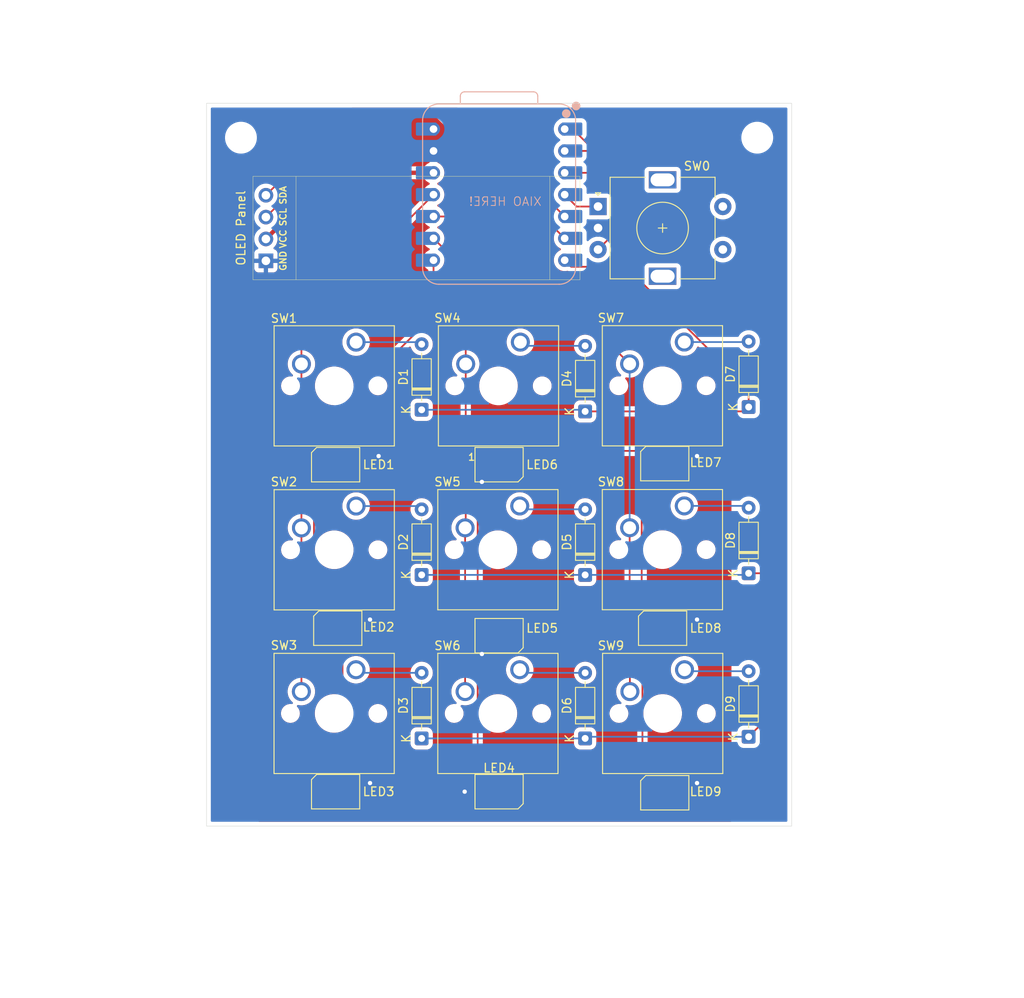
<source format=kicad_pcb>
(kicad_pcb (version 20241229) (generator "pcbnew") (generator_version "9.0")
  (layers (0 "F.Cu" signal) (2 "B.Cu" signal) (13 "F.Paste" user) (15 "B.Paste" user) (5 "F.SilkS" user "F.Silkscreen") (7 "B.SilkS" user "B.Silkscreen") (1 "F.Mask" user) (3 "B.Mask" user) (25 "Edge.Cuts" user))
  (net 0 "")
  (net 1 "GND")
  (net 2 "+5V")
  (net 3 "Net-(D1-K)")
  (net 4 "Net-(D1-A)")
  (net 5 "Net-(D2-A)")
  (net 6 "Net-(D3-A)")
  (net 7 "Net-(O1-Pin_3)")
  (net 8 "Net-(O1-Pin_4)")
  (net 9 "Net-(D5-A)")
  (net 10 "Net-(D6-A)")
  (net 11 "Net-(D7-A)")
  (net 12 "Net-(D9-A)")
  (net 13 "Net-(LED1-DIN)")
  (net 14 "Net-(LED1-DOUT)")
  (net 15 "Net-(LED5-DOUT)")
  (net 16 "Net-(LED6-DOUT)")
  (net 17 "Net-(LED7-DOUT)")
  (net 18 "Net-(LED2-DOUT)")
  (net 20 "Net-(LED3-DOUT)")
  (net 21 "Net-(LED4-DOUT)")
  (net 22 "Net-(LED8-DOUT)")
  (net 25 "Net-(D2-K)")
  (net 26 "Net-(D4-A)")
  (net 27 "Net-(D8-A)")
  (net 28 "3V3")
  (net 29 "Net-(U1-GPIO3{slash}MOSI)")
  (net 30 "Net-(D3-K)")
  (net 31 "Net-(U1-GPIO2{slash}SCK)")
  (net 32 "Net-(U1-GPIO4{slash}MISO)")
  (net 33 "Net-(U1-GPIO29{slash}ADC3{slash}A3)")
  (net 34 "Net-(U1-GPIO28{slash}ADC2{slash}A2)")
  (footprint "Button_Switch_Keyboard:SW_Cherry_MX_1.00u_PCB" (layer "F.Cu") (at 148.4 96.8)
    (property "Reference" "SW5" (at -8.4 -2.8 0) (layer "F.SilkS"))
    (property "Value" "SW_Push" (hide yes))
    (pad "" np_thru_hole circle (at -7.62 5.08) (size 1.7 1.7) (drill 1.7) (layers "*.Cu" "*.Mask"))
    (pad "" np_thru_hole circle (at -2.54 5.08) (size 4 4) (drill 4) (layers "*.Cu" "*.Mask"))
    (pad "" np_thru_hole circle (at 2.54 5.08) (size 1.7 1.7) (drill 1.7) (layers "*.Cu" "*.Mask"))
    (pad "1" thru_hole circle (at 0 0) (size 2.2 2.2) (drill 1.5) (layers "*.Cu" "*.Mask") (net 9 "Net-(D5-A)"))
    (pad "2" thru_hole circle (at -6.35 2.54) (size 2.2 2.2) (drill 1.5) (layers "*.Cu" "*.Mask") (net 31 "Net-(U1-GPIO2{slash}SCK)"))
  )
  (footprint "LED_SMD:LED_SK6812MINI_PLCC4_3.5x3.5mm_P1.75mm" (layer "F.Cu") (at 165.25 130.125 180)
    (property "Reference" "LED9" (at -4.75 0.125 0) (layer "F.SilkS"))
    (property "Value" "SK6812MINI" (hide yes))
    (pad "1" smd rect (at -1.75 -0.875 180) (size 1.6 0.85) (layers "F.Cu" "F.Mask" "F.Paste"))
    (pad "2" smd rect (at -1.75 0.875 180) (size 1.6 0.85) (layers "F.Cu" "F.Mask" "F.Paste") (net 1 "GND"))
    (pad "3" smd rect (at 1.75 0.875 180) (size 1.6 0.85) (layers "F.Cu" "F.Mask" "F.Paste") (net 22 "Net-(LED8-DOUT)"))
    (pad "4" smd rect (at 1.75 -0.875 180) (size 1.6 0.85) (layers "F.Cu" "F.Mask" "F.Paste") (net 2 "+5V"))
  )
  (footprint "Button_Switch_Keyboard:SW_Cherry_MX_1.00u_PCB" (layer "F.Cu") (at 148.47 77.76)
    (property "Reference" "SW4" (at -8.47 -2.794 0) (layer "F.SilkS"))
    (property "Value" "SW_Push" (hide yes))
    (pad "" np_thru_hole circle (at -7.62 5.08) (size 1.7 1.7) (drill 1.7) (layers "*.Cu" "*.Mask"))
    (pad "" np_thru_hole circle (at -2.54 5.08) (size 4 4) (drill 4) (layers "*.Cu" "*.Mask"))
    (pad "" np_thru_hole circle (at 2.54 5.08) (size 1.7 1.7) (drill 1.7) (layers "*.Cu" "*.Mask"))
    (pad "1" thru_hole circle (at 0 0) (size 2.2 2.2) (drill 1.5) (layers "*.Cu" "*.Mask") (net 26 "Net-(D4-A)"))
    (pad "2" thru_hole circle (at -6.35 2.54) (size 2.2 2.2) (drill 1.5) (layers "*.Cu" "*.Mask") (net 31 "Net-(U1-GPIO2{slash}SCK)"))
  )
  (footprint "MountingHole:MountingHole_3.2mm_M3" (layer "F.Cu") (at 176 54)
    (property "Reference" "REF**" (hide yes))
    (property "Value" "MountingHole_3.2mm_M3" (hide yes))
    (pad "" np_thru_hole circle (at 0 0) (size 3.2 3.2) (drill 3.2) (layers "*.Cu" "*.Mask"))
  )
  (footprint "LED_SMD:LED_SK6812MINI_PLCC4_3.5x3.5mm_P1.75mm" (layer "F.Cu") (at 127.25 111 180)
    (property "Reference" "LED2" (at -4.75 0.125 0) (layer "F.SilkS"))
    (property "Value" "SK6812MINI" (hide yes))
    (pad "1" smd rect (at -1.75 -0.875 180) (size 1.6 0.85) (layers "F.Cu" "F.Mask" "F.Paste") (net 18 "Net-(LED2-DOUT)"))
    (pad "2" smd rect (at -1.75 0.875 180) (size 1.6 0.85) (layers "F.Cu" "F.Mask" "F.Paste") (net 1 "GND"))
    (pad "3" smd rect (at 1.75 0.875 180) (size 1.6 0.85) (layers "F.Cu" "F.Mask" "F.Paste") (net 14 "Net-(LED1-DOUT)"))
    (pad "4" smd rect (at 1.75 -0.875 180) (size 1.6 0.85) (layers "F.Cu" "F.Mask" "F.Paste") (net 2 "+5V"))
  )
  (footprint "Button_Switch_Keyboard:SW_Cherry_MX_1.00u_PCB" (layer "F.Cu") (at 129.37 115.83)
    (property "Reference" "SW3" (at -8.37 -2.83 0) (layer "F.SilkS"))
    (property "Value" "SW_Push" (hide yes))
    (pad "" np_thru_hole circle (at -7.62 5.08) (size 1.7 1.7) (drill 1.7) (layers "*.Cu" "*.Mask"))
    (pad "" np_thru_hole circle (at -2.54 5.08) (size 4 4) (drill 4) (layers "*.Cu" "*.Mask"))
    (pad "" np_thru_hole circle (at 2.54 5.08) (size 1.7 1.7) (drill 1.7) (layers "*.Cu" "*.Mask"))
    (pad "1" thru_hole circle (at 0 0) (size 2.2 2.2) (drill 1.5) (layers "*.Cu" "*.Mask") (net 6 "Net-(D3-A)"))
    (pad "2" thru_hole circle (at -6.35 2.54) (size 2.2 2.2) (drill 1.5) (layers "*.Cu" "*.Mask") (net 29 "Net-(U1-GPIO3{slash}MOSI)"))
  )
  (footprint "LED_SMD:LED_SK6812MINI_PLCC4_3.5x3.5mm_P1.75mm" (layer "F.Cu") (at 146 130)
    (property "Reference" "LED4" (at 0 -2.75 0) (layer "F.SilkS"))
    (property "Value" "SK6812MINI" (hide yes))
    (pad "1" smd rect (at -1.75 -0.875) (size 1.6 0.85) (layers "F.Cu" "F.Mask" "F.Paste") (net 21 "Net-(LED4-DOUT)"))
    (pad "2" smd rect (at -1.75 0.875) (size 1.6 0.85) (layers "F.Cu" "F.Mask" "F.Paste") (net 1 "GND") (thermal_bridge_width 0.25))
    (pad "3" smd rect (at 1.75 0.875) (size 1.6 0.85) (layers "F.Cu" "F.Mask" "F.Paste") (net 20 "Net-(LED3-DOUT)"))
    (pad "4" smd rect (at 1.75 -0.875) (size 1.6 0.85) (layers "F.Cu" "F.Mask" "F.Paste") (net 2 "+5V") (thermal_bridge_width 0.25))
  )
  (footprint "LED_SMD:LED_SK6812MINI_PLCC4_3.5x3.5mm_P1.75mm" (layer "F.Cu") (at 146 92)
    (property "Reference" "LED6" (at 5 0 0) (layer "F.SilkS"))
    (property "Value" "SK6812MINI" (hide yes))
    (fp_text user "1" (at -3.2 -0.875 0) (layer "F.SilkS") (effects (font (size 0.8 0.8))))
    (pad "1" smd rect (at -1.75 -0.875) (size 1.6 0.85) (layers "F.Cu" "F.Mask" "F.Paste") (net 16 "Net-(LED6-DOUT)"))
    (pad "2" smd rect (at -1.75 0.875) (size 1.6 0.85) (layers "F.Cu" "F.Mask" "F.Paste") (net 1 "GND"))
    (pad "3" smd rect (at 1.75 0.875) (size 1.6 0.85) (layers "F.Cu" "F.Mask" "F.Paste") (net 15 "Net-(LED5-DOUT)"))
    (pad "4" smd rect (at 1.75 -0.875) (size 1.6 0.85) (layers "F.Cu" "F.Mask" "F.Paste") (net 2 "+5V"))
  )
  (footprint "Rotary_Encoder:RotaryEncoder_Alps_EC11E-Switch_Vertical_H20mm" (layer "F.Cu") (at 157.5 62)
    (property "Reference" "SW0" (at 11.5 -4.7 0) (layer "F.SilkS"))
    (property "Value" "RotaryEncoder_Switch" (hide yes))
    (pad "A" thru_hole rect (at 0 0) (size 2 2) (drill 1) (layers "*.Cu" "*.Mask") (net 33 "Net-(U1-GPIO29{slash}ADC3{slash}A3)"))
    (pad "B" thru_hole circle (at 0 5) (size 2 2) (drill 1) (layers "*.Cu" "*.Mask") (net 34 "Net-(U1-GPIO28{slash}ADC2{slash}A2)"))
    (pad "C" thru_hole circle (at 0 2.5) (size 2 2) (drill 1) (layers "*.Cu" "*.Mask") (net 1 "GND"))
    (pad "MP" thru_hole rect (at 7.5 -3.1) (size 3.2 2) (drill oval 2.8 1.5) (layers "*.Cu" "*.Mask"))
    (pad "MP" thru_hole rect (at 7.5 8.1) (size 3.2 2) (drill oval 2.8 1.5) (layers "*.Cu" "*.Mask"))
    (pad "S1" thru_hole circle (at 14.5 5) (size 2 2) (drill 1) (layers "*.Cu" "*.Mask"))
    (pad "S2" thru_hole circle (at 14.5 0) (size 2 2) (drill 1) (layers "*.Cu" "*.Mask"))
  )
  (footprint "Diode_THT:D_DO-35_SOD27_P7.62mm_Horizontal" (layer "F.Cu") (at 137 123.81 90)
    (property "Reference" "D3" (at 3.81 -2.12 90) (layer "F.SilkS"))
    (property "Value" "1N4148WT" (hide yes))
    (fp_text user "K" (at 0 -1.8 90) (layer "F.SilkS"))
    (pad "1" thru_hole roundrect (at 0 0 90) (size 1.6 1.6) (drill 0.8) (layers "*.Cu" "*.Mask") (roundrect_rratio 0.15625) (net 30 "Net-(D3-K)"))
    (pad "2" thru_hole circle (at 7.62 0 90) (size 1.6 1.6) (drill 0.8) (layers "*.Cu" "*.Mask") (net 6 "Net-(D3-A)"))
  )
  (footprint "Button_Switch_Keyboard:SW_Cherry_MX_1.00u_PCB" (layer "F.Cu") (at 129.38 77.76)
    (property "Reference" "SW1" (at -8.38 -2.76 180) (layer "F.SilkS"))
    (property "Value" "SW_Push" (hide yes))
    (pad "" np_thru_hole circle (at -7.62 5.08) (size 1.7 1.7) (drill 1.7) (layers "*.Cu" "*.Mask"))
    (pad "" np_thru_hole circle (at -2.54 5.08) (size 4 4) (drill 4) (layers "*.Cu" "*.Mask"))
    (pad "" np_thru_hole circle (at 2.54 5.08) (size 1.7 1.7) (drill 1.7) (layers "*.Cu" "*.Mask"))
    (pad "1" thru_hole circle (at 0 0) (size 2.2 2.2) (drill 1.5) (layers "*.Cu" "*.Mask") (net 4 "Net-(D1-A)"))
    (pad "2" thru_hole circle (at -6.35 2.54) (size 2.2 2.2) (drill 1.5) (layers "*.Cu" "*.Mask") (net 29 "Net-(U1-GPIO3{slash}MOSI)"))
  )
  (footprint "Diode_THT:D_DO-35_SOD27_P7.62mm_Horizontal" (layer "F.Cu") (at 175 123.62 90)
    (property "Reference" "D9" (at 3.81 -2.12 90) (layer "F.SilkS"))
    (property "Value" "1N4148WT" (hide yes))
    (fp_text user "K" (at 0 -1.8 90) (layer "F.SilkS"))
    (pad "1" thru_hole roundrect (at 0 0 90) (size 1.6 1.6) (drill 0.8) (layers "*.Cu" "*.Mask") (roundrect_rratio 0.15625) (net 30 "Net-(D3-K)"))
    (pad "2" thru_hole circle (at 7.62 0 90) (size 1.6 1.6) (drill 0.8) (layers "*.Cu" "*.Mask") (net 12 "Net-(D9-A)"))
  )
  (footprint "Diode_THT:D_DO-35_SOD27_P7.62mm_Horizontal" (layer "F.Cu") (at 137 85.62 90)
    (property "Reference" "D1" (at 3.81 -2.12 90) (layer "F.SilkS"))
    (property "Value" "1N4148WT" (hide yes))
    (fp_text user "K" (at 0 -1.8 90) (layer "F.SilkS"))
    (pad "1" thru_hole roundrect (at 0 0 90) (size 1.6 1.6) (drill 0.8) (layers "*.Cu" "*.Mask") (roundrect_rratio 0.15625) (net 3 "Net-(D1-K)"))
    (pad "2" thru_hole circle (at 7.62 0 90) (size 1.6 1.6) (drill 0.8) (layers "*.Cu" "*.Mask") (net 4 "Net-(D1-A)"))
  )
  (footprint "Diode_THT:D_DO-35_SOD27_P7.62mm_Horizontal" (layer "F.Cu") (at 156 104.81 90)
    (property "Reference" "D5" (at 3.81 -2.12 90) (layer "F.SilkS"))
    (property "Value" "1N4148WT" (hide yes))
    (fp_text user "K" (at 0 -1.8 90) (layer "F.SilkS"))
    (pad "1" thru_hole roundrect (at 0 0 90) (size 1.6 1.6) (drill 0.8) (layers "*.Cu" "*.Mask") (roundrect_rratio 0.15625) (net 25 "Net-(D2-K)"))
    (pad "2" thru_hole circle (at 7.62 0 90) (size 1.6 1.6) (drill 0.8) (layers "*.Cu" "*.Mask") (net 9 "Net-(D5-A)"))
  )
  (footprint "LED_SMD:LED_SK6812MINI_PLCC4_3.5x3.5mm_P1.75mm" (layer "F.Cu") (at 127 130 180)
    (property "Reference" "LED3" (at -5 0 0) (layer "F.SilkS"))
    (property "Value" "SK6812MINI" (hide yes))
    (pad "1" smd rect (at -1.75 -0.875 180) (size 1.6 0.85) (layers "F.Cu" "F.Mask" "F.Paste") (net 20 "Net-(LED3-DOUT)"))
    (pad "2" smd rect (at -1.75 0.875 180) (size 1.6 0.85) (layers "F.Cu" "F.Mask" "F.Paste") (net 1 "GND"))
    (pad "3" smd rect (at 1.75 0.875 180) (size 1.6 0.85) (layers "F.Cu" "F.Mask" "F.Paste") (net 18 "Net-(LED2-DOUT)"))
    (pad "4" smd rect (at 1.75 -0.875 180) (size 1.6 0.85) (layers "F.Cu" "F.Mask" "F.Paste") (net 2 "+5V"))
  )
  (footprint "Diode_THT:D_DO-35_SOD27_P7.62mm_Horizontal" (layer "F.Cu") (at 175 104.62 90)
    (property "Reference" "D8" (at 3.81 -2.12 90) (layer "F.SilkS"))
    (property "Value" "1N4148WT" (hide yes))
    (fp_text user "K" (at 0 -1.8 90) (layer "F.SilkS"))
    (pad "1" thru_hole roundrect (at 0 0 90) (size 1.6 1.6) (drill 0.8) (layers "*.Cu" "*.Mask") (roundrect_rratio 0.15625) (net 25 "Net-(D2-K)"))
    (pad "2" thru_hole circle (at 7.62 0 90) (size 1.6 1.6) (drill 0.8) (layers "*.Cu" "*.Mask") (net 27 "Net-(D8-A)"))
  )
  (footprint "Button_Switch_Keyboard:SW_Cherry_MX_1.00u_PCB" (layer "F.Cu") (at 167.55 115.83)
    (property "Reference" "SW9" (at -8.55 -2.794 0) (layer "F.SilkS"))
    (property "Value" "SW_Push" (hide yes))
    (pad "" np_thru_hole circle (at -7.62 5.08) (size 1.7 1.7) (drill 1.7) (layers "*.Cu" "*.Mask"))
    (pad "" np_thru_hole circle (at -2.54 5.08) (size 4 4) (drill 4) (layers "*.Cu" "*.Mask"))
    (pad "" np_thru_hole circle (at 2.54 5.08) (size 1.7 1.7) (drill 1.7) (layers "*.Cu" "*.Mask"))
    (pad "1" thru_hole circle (at 0 0) (size 2.2 2.2) (drill 1.5) (layers "*.Cu" "*.Mask") (net 12 "Net-(D9-A)"))
    (pad "2" thru_hole circle (at -6.35 2.54) (size 2.2 2.2) (drill 1.5) (layers "*.Cu" "*.Mask") (net 32 "Net-(U1-GPIO4{slash}MISO)"))
  )
  (footprint "KiCad-SSD1306-0.91-OLED-4pin-128x32.pretty-master:SSD1306-0.91-OLED-4pin-128x32" (layer "F.Cu") (at 155.4 70.5 180)
    (property "Reference" "O1" (hide yes))
    (property "Value" "OLED" (hide yes))
    (fp_text user "SCL" (at 34.5 7.27 90) (layer "F.SilkS") (effects (font (size 0.75 0.75))))
    (fp_text user "SDA" (at 34.5 9.81 90) (layer "F.SilkS") (effects (font (size 0.75 0.75))))
    (fp_text user "OLED Panel" (at 39.4 6 90) (layer "F.SilkS"))
    (fp_text user "VCC" (at 34.5 4.73 90) (layer "F.SilkS") (effects (font (size 0.75 0.75))))
    (fp_text user "GND" (at 34.5 2.19 90) (layer "F.SilkS") (effects (font (size 0.75 0.75))))
    (pad "1" thru_hole rect (at 36.5 2.19 180) (size 1.7 1.7) (drill 1) (layers "*.Cu" "*.Mask") (net 1 "GND"))
    (pad "2" thru_hole oval (at 36.5 4.73 180) (size 1.7 1.7) (drill 1) (layers "*.Cu" "*.Mask") (net 28 "3V3"))
    (pad "3" thru_hole oval (at 36.5 7.27 180) (size 1.7 1.7) (drill 1) (layers "*.Cu" "*.Mask") (net 7 "Net-(O1-Pin_3)"))
    (pad "4" thru_hole oval (at 36.5 9.81 180) (size 1.7 1.7) (drill 1) (layers "*.Cu" "*.Mask") (net 8 "Net-(O1-Pin_4)"))
  )
  (footprint "LED_SMD:LED_SK6812MINI_PLCC4_3.5x3.5mm_P1.75mm" (layer "F.Cu") (at 127 92 180)
    (property "Reference" "LED1" (at -5 0 0) (layer "F.SilkS"))
    (property "Value" "SK6812MINI" (hide yes))
    (pad "1" smd rect (at -1.75 -0.875 180) (size 1.6 0.85) (layers "F.Cu" "F.Mask" "F.Paste") (net 14 "Net-(LED1-DOUT)"))
    (pad "2" smd rect (at -1.75 0.875 180) (size 1.6 0.85) (layers "F.Cu" "F.Mask" "F.Paste") (net 1 "GND"))
    (pad "3" smd rect (at 1.75 0.875 180) (size 1.6 0.85) (layers "F.Cu" "F.Mask" "F.Paste") (net 13 "Net-(LED1-DIN)"))
    (pad "4" smd rect (at 1.75 -0.875 180) (size 1.6 0.85) (layers "F.Cu" "F.Mask" "F.Paste") (net 2 "+5V"))
  )
  (footprint "Button_Switch_Keyboard:SW_Cherry_MX_1.00u_PCB" (layer "F.Cu") (at 167.52 96.79)
    (property "Reference" "SW8" (at -8.52 -2.794 0) (layer "F.SilkS"))
    (property "Value" "SW_Push" (hide yes))
    (pad "" np_thru_hole circle (at -7.62 5.08) (size 1.7 1.7) (drill 1.7) (layers "*.Cu" "*.Mask"))
    (pad "" np_thru_hole circle (at -2.54 5.08) (size 4 4) (drill 4) (layers "*.Cu" "*.Mask"))
    (pad "" np_thru_hole circle (at 2.54 5.08) (size 1.7 1.7) (drill 1.7) (layers "*.Cu" "*.Mask"))
    (pad "1" thru_hole circle (at 0 0) (size 2.2 2.2) (drill 1.5) (layers "*.Cu" "*.Mask") (net 27 "Net-(D8-A)"))
    (pad "2" thru_hole circle (at -6.35 2.54) (size 2.2 2.2) (drill 1.5) (layers "*.Cu" "*.Mask") (net 32 "Net-(U1-GPIO4{slash}MISO)"))
  )
  (footprint "Diode_THT:D_DO-35_SOD27_P7.62mm_Horizontal" (layer "F.Cu") (at 137 104.81 90)
    (property "Reference" "D2" (at 3.81 -2.12 90) (layer "F.SilkS"))
    (property "Value" "1N4148WT" (hide yes))
    (fp_text user "K" (at 0 -1.8 90) (layer "F.SilkS"))
    (pad "1" thru_hole roundrect (at 0 0 90) (size 1.6 1.6) (drill 0.8) (layers "*.Cu" "*.Mask") (roundrect_rratio 0.15625) (net 25 "Net-(D2-K)"))
    (pad "2" thru_hole circle (at 7.62 0 90) (size 1.6 1.6) (drill 0.8) (layers "*.Cu" "*.Mask") (net 5 "Net-(D2-A)"))
  )
  (footprint "LED_SMD:LED_SK6812MINI_PLCC4_3.5x3.5mm_P1.75mm" (layer "F.Cu") (at 165 111 180)
    (property "Reference" "LED8" (at -5 0 0) (layer "F.SilkS"))
    (property "Value" "SK6812MINI" (hide yes))
    (pad "1" smd rect (at -1.75 -0.875 180) (size 1.6 0.85) (layers "F.Cu" "F.Mask" "F.Paste") (net 22 "Net-(LED8-DOUT)"))
    (pad "2" smd rect (at -1.75 0.875 180) (size 1.6 0.85) (layers "F.Cu" "F.Mask" "F.Paste") (net 1 "GND"))
    (pad "3" smd rect (at 1.75 0.875 180) (size 1.6 0.85) (layers "F.Cu" "F.Mask" "F.Paste") (net 17 "Net-(LED7-DOUT)"))
    (pad "4" smd rect (at 1.75 -0.875 180) (size 1.6 0.85) (layers "F.Cu" "F.Mask" "F.Paste") (net 2 "+5V"))
  )
  (footprint "Diode_THT:D_DO-35_SOD27_P7.62mm_Horizontal" (layer "F.Cu") (at 175 85.3 90)
    (property "Reference" "D7" (at 3.81 -2.12 90) (layer "F.SilkS"))
    (property "Value" "1N4148WT" (hide yes))
    (fp_text user "K" (at 0 -1.8 90) (layer "F.SilkS"))
    (pad "1" thru_hole roundrect (at 0 0 90) (size 1.6 1.6) (drill 0.8) (layers "*.Cu" "*.Mask") (roundrect_rratio 0.15625) (net 3 "Net-(D1-K)"))
    (pad "2" thru_hole circle (at 7.62 0 90) (size 1.6 1.6) (drill 0.8) (layers "*.Cu" "*.Mask") (net 11 "Net-(D7-A)"))
  )
  (footprint "LED_SMD:LED_SK6812MINI_PLCC4_3.5x3.5mm_P1.75mm" (layer "F.Cu") (at 165.25 91.875 180)
    (property "Reference" "LED7" (at -4.75 0.125 0) (layer "F.SilkS"))
    (property "Value" "SK6812MINI" (hide yes))
    (pad "1" smd rect (at -1.75 -0.875 180) (size 1.6 0.85) (layers "F.Cu" "F.Mask" "F.Paste") (net 17 "Net-(LED7-DOUT)"))
    (pad "2" smd rect (at -1.75 0.875 180) (size 1.6 0.85) (layers "F.Cu" "F.Mask" "F.Paste") (net 1 "GND"))
    (pad "3" smd rect (at 1.75 0.875 180) (size 1.6 0.85) (layers "F.Cu" "F.Mask" "F.Paste") (net 16 "Net-(LED6-DOUT)"))
    (pad "4" smd rect (at 1.75 -0.875 180) (size 1.6 0.85) (layers "F.Cu" "F.Mask" "F.Paste") (net 2 "+5V"))
  )
  (footprint "Diode_THT:D_DO-35_SOD27_P7.62mm_Horizontal" (layer "F.Cu") (at 156 85.81 90)
    (property "Reference" "D4" (at 3.81 -2.12 90) (layer "F.SilkS"))
    (property "Value" "1N4148WT" (hide yes))
    (fp_text user "K" (at 0 -1.8 90) (layer "F.SilkS"))
    (pad "1" thru_hole roundrect (at 0 0 90) (size 1.6 1.6) (drill 0.8) (layers "*.Cu" "*.Mask") (roundrect_rratio 0.15625) (net 3 "Net-(D1-K)"))
    (pad "2" thru_hole circle (at 7.62 0 90) (size 1.6 1.6) (drill 0.8) (layers "*.Cu" "*.Mask") (net 26 "Net-(D4-A)"))
  )
  (footprint "MountingHole:MountingHole_3.2mm_M3" (layer "F.Cu") (at 116 54)
    (property "Reference" "REF**" (hide yes))
    (property "Value" "MountingHole_3.2mm_M3" (hide yes))
    (pad "" np_thru_hole circle (at 0 0) (size 3.2 3.2) (drill 3.2) (layers "*.Cu" "*.Mask"))
  )
  (footprint "Button_Switch_Keyboard:SW_Cherry_MX_1.00u_PCB" (layer "F.Cu") (at 167.52 77.75)
    (property "Reference" "SW7" (at -8.52 -2.794 0) (layer "F.SilkS"))
    (property "Value" "SW_Push" (hide yes))
    (pad "" np_thru_hole circle (at -7.62 5.08) (size 1.7 1.7) (drill 1.7) (layers "*.Cu" "*.Mask"))
    (pad "" np_thru_hole circle (at -2.54 5.08) (size 4 4) (drill 4) (layers "*.Cu" "*.Mask"))
    (pad "" np_thru_hole circle (at 2.54 5.08) (size 1.7 1.7) (drill 1.7) (layers "*.Cu" "*.Mask"))
    (pad "1" thru_hole circle (at 0 0) (size 2.2 2.2) (drill 1.5) (layers "*.Cu" "*.Mask") (net 11 "Net-(D7-A)"))
    (pad "2" thru_hole circle (at -6.35 2.54) (size 2.2 2.2) (drill 1.5) (layers "*.Cu" "*.Mask") (net 32 "Net-(U1-GPIO4{slash}MISO)"))
  )
  (footprint "Diode_THT:D_DO-35_SOD27_P7.62mm_Horizontal" (layer "F.Cu") (at 156 123.81 90)
    (property "Reference" "D6" (at 3.81 -2.12 90) (layer "F.SilkS"))
    (property "Value" "1N4148WT" (hide yes))
    (fp_text user "K" (at 0 -1.8 90) (layer "F.SilkS"))
    (pad "1" thru_hole roundrect (at 0 0 90) (size 1.6 1.6) (drill 0.8) (layers "*.Cu" "*.Mask") (roundrect_rratio 0.15625) (net 30 "Net-(D3-K)"))
    (pad "2" thru_hole circle (at 7.62 0 90) (size 1.6 1.6) (drill 0.8) (layers "*.Cu" "*.Mask") (net 10 "Net-(D6-A)"))
  )
  (footprint "LED_SMD:LED_SK6812MINI_PLCC4_3.5x3.5mm_P1.75mm" (layer "F.Cu") (at 146 111.875)
    (property "Reference" "LED5" (at 5 -0.875 0) (layer "F.SilkS"))
    (property "Value" "SK6812MINI" (hide yes))
    (pad "1" smd rect (at -1.75 -0.875) (size 1.6 0.85) (layers "F.Cu" "F.Mask" "F.Paste") (net 15 "Net-(LED5-DOUT)"))
    (pad "2" smd rect (at -1.75 0.875) (size 1.6 0.85) (layers "F.Cu" "F.Mask" "F.Paste") (net 1 "GND"))
    (pad "3" smd rect (at 1.75 0.875) (size 1.6 0.85) (layers "F.Cu" "F.Mask" "F.Paste") (net 21 "Net-(LED4-DOUT)"))
    (pad "4" smd rect (at 1.75 -0.875) (size 1.6 0.85) (layers "F.Cu" "F.Mask" "F.Paste") (net 2 "+5V"))
  )
  (footprint "Button_Switch_Keyboard:SW_Cherry_MX_1.00u_PCB" (layer "F.Cu") (at 148.4 115.83)
    (property "Reference" "SW6" (at -8.4 -2.794 0) (layer "F.SilkS"))
    (property "Value" "SW_Push" (hide yes))
    (pad "" np_thru_hole circle (at -7.62 5.08) (size 1.7 1.7) (drill 1.7) (layers "*.Cu" "*.Mask"))
    (pad "" np_thru_hole circle (at -2.54 5.08) (size 4 4) (drill 4) (layers "*.Cu" "*.Mask"))
    (pad "" np_thru_hole circle (at 2.54 5.08) (size 1.7 1.7) (drill 1.7) (layers "*.Cu" "*.Mask"))
    (pad "1" thru_hole circle (at 0 0) (size 2.2 2.2) (drill 1.5) (layers "*.Cu" "*.Mask") (net 10 "Net-(D6-A)"))
    (pad "2" thru_hole circle (at -6.35 2.54) (size 2.2 2.2) (drill 1.5) (layers "*.Cu" "*.Mask") (net 31 "Net-(U1-GPIO2{slash}SCK)"))
  )
  (footprint "Button_Switch_Keyboard:SW_Cherry_MX_1.00u_PCB" (layer "F.Cu") (at 129.38 96.81)
    (property "Reference" "SW2" (at -8.38 -2.81 180) (layer "F.SilkS"))
    (property "Value" "SW_Push" (hide yes))
    (pad "" np_thru_hole circle (at -7.62 5.08) (size 1.7 1.7) (drill 1.7) (layers "*.Cu" "*.Mask"))
    (pad "" np_thru_hole circle (at -2.54 5.08) (size 4 4) (drill 4) (layers "*.Cu" "*.Mask"))
    (pad "" np_thru_hole circle (at 2.54 5.08) (size 1.7 1.7) (drill 1.7) (layers "*.Cu" "*.Mask"))
    (pad "1" thru_hole circle (at 0 0) (size 2.2 2.2) (drill 1.5) (layers "*.Cu" "*.Mask") (net 5 "Net-(D2-A)"))
    (pad "2" thru_hole circle (at -6.35 2.54) (size 2.2 2.2) (drill 1.5) (layers "*.Cu" "*.Mask") (net 29 "Net-(U1-GPIO3{slash}MOSI)"))
  )
  (footprint "Seeed Studio XIAO Series Library:XIAO-RP2040-DIP" (layer "B.Cu") (at 146 60.62 180)
    (property "Reference" "U1" (hide yes))
    (property "Value" "XIAO-RP2040-DIP" (hide yes))
    (pad "1" smd roundrect (at -8.455 7.62) (size 2.432 1.524) (layers "B.Cu" "B.Mask") (roundrect_rratio 0.1) (net 30 "Net-(D3-K)"))
    (pad "1" thru_hole circle (at -7.62 7.62) (size 1.524 1.524) (drill 0.889) (layers "*.Cu" "*.Mask") (net 30 "Net-(D3-K)"))
    (pad "2" smd roundrect (at -8.455 5.08) (size 2.432 1.524) (layers "B.Cu" "B.Mask") (roundrect_rratio 0.1) (net 25 "Net-(D2-K)"))
    (pad "2" thru_hole circle (at -7.62 5.08) (size 1.524 1.524) (drill 0.889) (layers "*.Cu" "*.Mask") (net 25 "Net-(D2-K)"))
    (pad "3" smd roundrect (at -8.455 2.54) (size 2.432 1.524) (layers "B.Cu" "B.Mask") (roundrect_rratio 0.1) (net 34 "Net-(U1-GPIO28{slash}ADC2{slash}A2)"))
    (pad "3" thru_hole circle (at -7.62 2.54) (size 1.524 1.524) (drill 0.889) (layers "*.Cu" "*.Mask") (net 34 "Net-(U1-GPIO28{slash}ADC2{slash}A2)"))
    (pad "4" smd roundrect (at -8.455 0) (size 2.432 1.524) (layers "B.Cu" "B.Mask") (roundrect_rratio 0.1) (net 33 "Net-(U1-GPIO29{slash}ADC3{slash}A3)"))
    (pad "4" thru_hole circle (at -7.62 0) (size 1.524 1.524) (drill 0.889) (layers "*.Cu" "*.Mask") (net 33 "Net-(U1-GPIO29{slash}ADC3{slash}A3)"))
    (pad "5" smd roundrect (at -8.455 -2.54) (size 2.432 1.524) (layers "B.Cu" "B.Mask") (roundrect_rratio 0.1) (net 8 "Net-(O1-Pin_4)"))
    (pad "5" thru_hole circle (at -7.62 -2.54) (size 1.524 1.524) (drill 0.889) (layers "*.Cu" "*.Mask") (net 8 "Net-(O1-Pin_4)"))
    (pad "6" smd roundrect (at -8.455 -5.08) (size 2.432 1.524) (layers "B.Cu" "B.Mask") (roundrect_rratio 0.1) (net 7 "Net-(O1-Pin_3)"))
    (pad "6" thru_hole circle (at -7.62 -5.08) (size 1.524 1.524) (drill 0.889) (layers "*.Cu" "*.Mask") (net 7 "Net-(O1-Pin_3)"))
    (pad "7" smd roundrect (at -8.455 -7.62) (size 2.432 1.524) (layers "B.Cu" "B.Mask") (roundrect_rratio 0.1) (net 3 "Net-(D1-K)"))
    (pad "7" thru_hole circle (at -7.62 -7.62) (size 1.524 1.524) (drill 0.889) (layers "*.Cu" "*.Mask") (net 3 "Net-(D1-K)"))
    (pad "8" thru_hole circle (at 7.62 -7.62 180) (size 1.524 1.524) (drill 0.889) (layers "*.Cu" "*.Mask") (net 13 "Net-(LED1-DIN)"))
    (pad "8" smd roundrect (at 8.455 -7.62 180) (size 2.432 1.524) (layers "B.Cu" "B.Mask") (roundrect_rratio 0.1) (net 13 "Net-(LED1-DIN)"))
    (pad "9" thru_hole circle (at 7.62 -5.08 180) (size 1.524 1.524) (drill 0.889) (layers "*.Cu" "*.Mask") (net 31 "Net-(U1-GPIO2{slash}SCK)"))
    (pad "9" smd roundrect (at 8.455 -5.08 180) (size 2.432 1.524) (layers "B.Cu" "B.Mask") (roundrect_rratio 0.1) (net 31 "Net-(U1-GPIO2{slash}SCK)"))
    (pad "10" thru_hole circle (at 7.62 -2.54 180) (size 1.524 1.524) (drill 0.889) (layers "*.Cu" "*.Mask") (net 32 "Net-(U1-GPIO4{slash}MISO)"))
    (pad "10" smd roundrect (at 8.455 -2.54 180) (size 2.432 1.524) (layers "B.Cu" "B.Mask") (roundrect_rratio 0.1) (net 32 "Net-(U1-GPIO4{slash}MISO)"))
    (pad "11" thru_hole circle (at 7.62 0 180) (size 1.524 1.524) (drill 0.889) (layers "*.Cu" "*.Mask") (net 29 "Net-(U1-GPIO3{slash}MOSI)"))
    (pad "11" smd roundrect (at 8.455 0 180) (size 2.432 1.524) (layers "B.Cu" "B.Mask") (roundrect_rratio 0.1) (net 29 "Net-(U1-GPIO3{slash}MOSI)"))
    (pad "12" thru_hole circle (at 7.62 2.54 180) (size 1.524 1.524) (drill 0.889) (layers "*.Cu" "*.Mask") (net 28 "3V3"))
    (pad "12" smd roundrect (at 8.455 2.54 180) (size 2.432 1.524) (layers "B.Cu" "B.Mask") (roundrect_rratio 0.1) (net 28 "3V3"))
    (pad "13" thru_hole circle (at 7.62 5.08 180) (size 1.524 1.524) (drill 0.889) (layers "*.Cu" "*.Mask") (net 1 "GND"))
    (pad "13" smd roundrect (at 8.455 5.08 180) (size 2.432 1.524) (layers "B.Cu" "B.Mask") (roundrect_rratio 0.1) (net 1 "GND"))
    (pad "14" thru_hole circle (at 7.62 7.62 180) (size 1.524 1.524) (drill 0.889) (layers "*.Cu" "*.Mask") (net 2 "+5V"))
    (pad "14" smd roundrect (at 8.455 7.62 180) (size 2.432 1.524) (layers "B.Cu" "B.Mask") (roundrect_rratio 0.1) (net 2 "+5V"))
  )
  (gr_rect (start 112 50) (end 180 134) (stroke (width 0.05)) (fill no) (layer "Edge.Cuts"))
  (gr_text "XIAO HERE!" (at 151 62 0) (layer "B.SilkS") (effects (font (size 1 1) (thickness 0.1)) (justify left bottom mirror)))
  (segment (start 130.875 129.125) (end 131 129) (width 0.5) (layer "F.Cu") (net 1))
  (segment (start 167 91) (end 169 91) (width 0.5) (layer "F.Cu") (net 1))
  (segment (start 129 110.125) (end 130.875 110.125) (width 0.5) (layer "F.Cu") (net 1))
  (segment (start 144.25 92.875) (end 144.25 93.75) (width 0.5) (layer "F.Cu") (net 1))
  (segment (start 168.75 129.25) (end 169 129) (width 0.5) (layer "F.Cu") (net 1))
  (segment (start 144.25 130.875) (end 142.875 130.875) (width 0.5) (layer "F.Cu") (net 1))
  (segment (start 166.75 110.125) (end 168.875 110.125) (width 0.5) (layer "F.Cu") (net 1))
  (segment (start 128.75 129.125) (end 130.875 129.125) (width 0.5) (layer "F.Cu") (net 1))
  (segment (start 144.25 93.75) (end 144 94) (width 0.5) (layer "F.Cu") (net 1))
  (segment (start 144.25 113.75) (end 144 114) (width 0.5) (layer "F.Cu") (net 1))
  (segment (start 168.875 110.125) (end 169 110) (width 0.5) (layer "F.Cu") (net 1))
  (segment (start 128.75 91.125) (end 131.875 91.125) (width 0.5) (layer "F.Cu") (net 1))
  (segment (start 144.25 112.75) (end 144.25 113.75) (width 0.5) (layer "F.Cu") (net 1))
  (segment (start 142.875 130.875) (end 142 130) (width 0.5) (layer "F.Cu") (net 1))
  (segment (start 167 129.25) (end 168.75 129.25) (width 0.5) (layer "F.Cu") (net 1))
  (segment (start 131.875 91.125) (end 132 91) (width 0.5) (layer "F.Cu") (net 1))
  (segment (start 130.875 110.125) (end 131 110) (width 0.5) (layer "F.Cu") (net 1))
  (via (at 131 129) (size 1) (drill 0.5) (layers "F.Cu" "B.Cu") (net 1))
  (via (at 131 110) (size 1) (drill 0.5) (layers "F.Cu" "B.Cu") (net 1))
  (via (at 169 110) (size 1) (drill 0.5) (layers "F.Cu" "B.Cu") (net 1))
  (via (at 144 94) (size 1) (drill 0.5) (layers "F.Cu" "B.Cu") (net 1))
  (via (at 169 91) (size 1) (drill 0.5) (layers "F.Cu" "B.Cu") (net 1))
  (via (at 144 114) (size 1) (drill 0.5) (layers "F.Cu" "B.Cu") (net 1))
  (via (at 132 91) (size 1) (drill 0.5) (layers "F.Cu" "B.Cu") (net 1))
  (via (at 142 130) (size 1) (drill 0.5) (layers "F.Cu" "B.Cu") (net 1))
  (via (at 169 129) (size 1) (drill 0.5) (layers "F.Cu" "B.Cu") (net 1))
  (segment (start 174.49 85.81) (end 175 85.3) (width 0.2) (layer "F.Cu") (net 3))
  (segment (start 160.753313 69.001999) (end 154.381999 69.001999) (width 0.2) (layer "F.Cu") (net 3))
  (segment (start 154.381999 69.001999) (end 153.62 68.24) (width 0.2) (layer "F.Cu") (net 3))
  (segment (start 156 85.81) (end 174.49 85.81) (width 0.2) (layer "F.Cu") (net 3))
  (segment (start 175 83.248686) (end 160.753313 69.001999) (width 0.2) (layer "F.Cu") (net 3))
  (segment (start 175 85.3) (end 175 83.248686) (width 0.2) (layer "F.Cu") (net 3))
  (segment (start 137 85.62) (end 155.81 85.62) (width 0.2) (layer "B.Cu") (net 3))
  (segment (start 155.81 85.62) (end 156 85.81) (width 0.2) (layer "B.Cu") (net 3))
  (segment (start 129.38 77.76) (end 136.76 77.76) (width 0.2) (layer "B.Cu") (net 4))
  (segment (start 136.76 77.76) (end 137 78) (width 0.2) (layer "B.Cu") (net 4))
  (segment (start 129.38 96.81) (end 136.62 96.81) (width 0.2) (layer "B.Cu") (net 5))
  (segment (start 136.62 96.81) (end 137 97.19) (width 0.2) (layer "B.Cu") (net 5))
  (segment (start 129.73 116.19) (end 129.37 115.83) (width 0.2) (layer "B.Cu") (net 6))
  (segment (start 137 116.19) (end 129.73 116.19) (width 0.2) (layer "B.Cu") (net 6))
  (segment (start 139 51.002) (end 139 51.08) (width 0.2) (layer "F.Cu") (net 7))
  (segment (start 131.128 51.002) (end 139 51.002) (width 0.2) (layer "F.Cu") (net 7))
  (segment (start 139 51.08) (end 153.62 65.7) (width 0.2) (layer "F.Cu") (net 7))
  (segment (start 118.9 63.23) (end 131.128 51.002) (width 0.2) (layer "F.Cu") (net 7))
  (segment (start 128.989 50.601) (end 141.061 50.601) (width 0.2) (layer "F.Cu") (net 8))
  (segment (start 118.9 60.69) (end 128.989 50.601) (width 0.2) (layer "F.Cu") (net 8))
  (segment (start 141.061 50.601) (end 153.62 63.16) (width 0.2) (layer "F.Cu") (net 8))
  (segment (start 156 97.19) (end 148.79 97.19) (width 0.2) (layer "B.Cu") (net 9))
  (segment (start 148.79 97.19) (end 148.4 96.8) (width 0.2) (layer "B.Cu") (net 9))
  (segment (start 148.76 116.19) (end 148.4 115.83) (width 0.2) (layer "B.Cu") (net 10))
  (segment (start 156 116.19) (end 148.76 116.19) (width 0.2) (layer "B.Cu") (net 10))
  (segment (start 174.93 77.75) (end 175 77.68) (width 0.2) (layer "B.Cu") (net 11))
  (segment (start 167.52 77.75) (end 174.93 77.75) (width 0.2) (layer "B.Cu") (net 11))
  (segment (start 175 116) (end 167.72 116) (width 0.2) (layer "B.Cu") (net 12))
  (segment (start 167.72 116) (end 167.55 115.83) (width 0.2) (layer "B.Cu") (net 12))
  (segment (start 125.25 87.754816) (end 125.25 91.125) (width 0.2) (layer "F.Cu") (net 13))
  (segment (start 138.38 74.624816) (end 125.25 87.754816) (width 0.2) (layer "F.Cu") (net 13))
  (segment (start 138.38 68.24) (end 138.38 74.624816) (width 0.2) (layer "F.Cu") (net 13))
  (segment (start 125.5 110.125) (end 124.489 109.114) (width 0.2) (layer "F.Cu") (net 14))
  (segment (start 124.489 97.136) (end 128.75 92.875) (width 0.2) (layer "F.Cu") (net 14))
  (segment (start 124.489 109.114) (end 124.489 97.136) (width 0.2) (layer "F.Cu") (net 14))
  (segment (start 144.25 111) (end 143.509 110.259) (width 0.2) (layer "F.Cu") (net 15))
  (segment (start 143.509 97.116) (end 147.75 92.875) (width 0.2) (layer "F.Cu") (net 15))
  (segment (start 143.509 110.259) (end 143.509 97.116) (width 0.2) (layer "F.Cu") (net 15))
  (segment (start 162.899 90.399) (end 163.5 91) (width 0.2) (layer "F.Cu") (net 16))
  (segment (start 144.25 91.125) (end 144.976 90.399) (width 0.2) (layer "F.Cu") (net 16))
  (segment (start 144.976 90.399) (end 162.899 90.399) (width 0.2) (layer "F.Cu") (net 16))
  (segment (start 162.571 97.179) (end 162.571 109.446) (width 0.2) (layer "F.Cu") (net 17))
  (segment (start 162.571 109.446) (end 163.25 110.125) (width 0.2) (layer "F.Cu") (net 17))
  (segment (start 167 92.75) (end 162.571 97.179) (width 0.2) (layer "F.Cu") (net 17))
  (segment (start 129 111.875) (end 127.803816 113.071184) (width 0.2) (layer "F.Cu") (net 18))
  (segment (start 129.181 119.936184) (end 129.181 125.194) (width 0.2) (layer "F.Cu") (net 18))
  (segment (start 127.803816 113.071184) (end 127.803816 118.559) (width 0.2) (layer "F.Cu") (net 18))
  (segment (start 129.181 125.194) (end 125.25 129.125) (width 0.2) (layer "F.Cu") (net 18))
  (segment (start 127.803816 118.559) (end 129.181 119.936184) (width 0.2) (layer "F.Cu") (net 18))
  (segment (start 128.75 130.875) (end 129.476 131.601) (width 0.2) (layer "F.Cu") (net 20))
  (segment (start 147.024 131.601) (end 147.75 130.875) (width 0.2) (layer "F.Cu") (net 20))
  (segment (start 129.476 131.601) (end 147.024 131.601) (width 0.2) (layer "F.Cu") (net 20))
  (segment (start 143.509 128.384) (end 143.509 116.991) (width 0.2) (layer "F.Cu") (net 21))
  (segment (start 144.25 129.125) (end 143.509 128.384) (width 0.2) (layer "F.Cu") (net 21))
  (segment (start 143.509 116.991) (end 147.75 112.75) (width 0.2) (layer "F.Cu") (net 21))
  (segment (start 162.659 115.966) (end 162.659 128.409) (width 0.2) (layer "F.Cu") (net 22))
  (segment (start 166.75 111.875) (end 162.659 115.966) (width 0.2) (layer "F.Cu") (net 22))
  (segment (start 162.659 128.409) (end 163.5 129.25) (width 0.2) (layer "F.Cu") (net 22))
  (segment (start 178 77) (end 178 103) (width 0.2) (layer "F.Cu") (net 25))
  (segment (start 176.38 104.62) (end 175 104.62) (width 0.2) (layer "F.Cu") (net 25))
  (segment (start 156.54 55.54) (end 178 77) (width 0.2) (layer "F.Cu") (net 25))
  (segment (start 178 103) (end 176.38 104.62) (width 0.2) (layer "F.Cu") (net 25))
  (segment (start 153.62 55.54) (end 156.54 55.54) (width 0.2) (layer "F.Cu") (net 25))
  (segment (start 137 104.81) (end 156 104.81) (width 0.2) (layer "B.Cu") (net 25))
  (segment (start 156 104.81) (end 174.81 104.81) (width 0.2) (layer "B.Cu") (net 25))
  (segment (start 174.81 104.81) (end 175 104.62) (width 0.2) (layer "B.Cu") (net 25))
  (segment (start 148.9 78.19) (end 148.47 77.76) (width 0.2) (layer "B.Cu") (net 26))
  (segment (start 156 78.19) (end 148.9 78.19) (width 0.2) (layer "B.Cu") (net 26))
  (segment (start 174.79 96.79) (end 175 97) (width 0.2) (layer "B.Cu") (net 27))
  (segment (start 167.52 96.79) (end 174.79 96.79) (width 0.2) (layer "B.Cu") (net 27))
  (segment (start 118.9 65.77) (end 126.59 58.08) (width 0.5) (layer "F.Cu") (net 28))
  (segment (start 126.59 58.08) (end 138.38 58.08) (width 0.5) (layer "F.Cu") (net 28))
  (segment (start 123.03 118.36) (end 123.02 118.37) (width 0.2) (layer "F.Cu") (net 29))
  (segment (start 123.03 75.97) (end 123.03 80.3) (width 0.2) (layer "F.Cu") (net 29))
  (segment (start 138.38 60.62) (end 123.03 75.97) (width 0.2) (layer "F.Cu") (net 29))
  (segment (start 123.03 80.3) (end 123.03 99.35) (width 0.2) (layer "F.Cu") (net 29))
  (segment (start 123.03 99.35) (end 123.03 118.36) (width 0.2) (layer "F.Cu") (net 29))
  (segment (start 153.62 53) (end 154.5671 53) (width 0.2) (layer "F.Cu") (net 30))
  (segment (start 178.401 120.219) (end 175 123.62) (width 0.2) (layer "F.Cu") (net 30))
  (segment (start 178.401 76.8339) (end 178.401 120.219) (width 0.2) (layer "F.Cu") (net 30))
  (segment (start 154.5671 53) (end 178.401 76.8339) (width 0.2) (layer "F.Cu") (net 30))
  (segment (start 156.19 123.81) (end 156.38 123.62) (width 0.2) (layer "B.Cu") (net 30))
  (segment (start 137 123.81) (end 156 123.81) (width 0.2) (layer "B.Cu") (net 30))
  (segment (start 156.38 123.62) (end 175 123.62) (width 0.2) (layer "B.Cu") (net 30))
  (segment (start 156 123.81) (end 156.19 123.81) (width 0.2) (layer "B.Cu") (net 30))
  (segment (start 142.12 69.44) (end 142.12 80.3) (width 0.2) (layer "F.Cu") (net 31))
  (segment (start 142.05 99.34) (end 142.05 118.37) (width 0.2) (layer "F.Cu") (net 31))
  (segment (start 142.12 99.27) (end 142.05 99.34) (width 0.2) (layer "F.Cu") (net 31))
  (segment (start 138.38 65.7) (end 142.12 69.44) (width 0.2) (layer "F.Cu") (net 31))
  (segment (start 142.12 80.3) (end 142.12 99.27) (width 0.2) (layer "F.Cu") (net 31))
  (segment (start 161.2 112.2) (end 161.2 118.37) (width 0.2) (layer "F.Cu") (net 32))
  (segment (start 138.38 63.16) (end 144.04 63.16) (width 0.2) (layer "F.Cu") (net 32))
  (segment (start 161.17 112.17) (end 161.2 112.2) (width 0.2) (layer "F.Cu") (net 32))
  (segment (start 144.04 63.16) (end 161.17 80.29) (width 0.2) (layer "F.Cu") (net 32))
  (segment (start 161.17 99.33) (end 161.17 112.17) (width 0.2) (layer "F.Cu") (net 32))
  (segment (start 161.17 80.29) (end 161.17 99.33) (width 0.2) (layer "B.Cu") (net 32))
  (segment (start 157.5 62) (end 155 62) (width 0.2) (layer "F.Cu") (net 33))
  (segment (start 155 62) (end 153.62 60.62) (width 0.2) (layer "F.Cu") (net 33))
  (segment (start 160 61) (end 157.08 58.08) (width 0.2) (layer "F.Cu") (net 34))
  (segment (start 157.5 67) (end 160 64.5) (width 0.2) (layer "F.Cu") (net 34))
  (segment (start 157.08 58.08) (end 153.62 58.08) (width 0.2) (layer "F.Cu") (net 34))
  (segment (start 160 64.5) (end 160 61) (width 0.2) (layer "F.Cu") (net 34))
  (zone (net 2) (net_name "+5V") (layer "F.Cu") (priority 1) (connect_pads (clearance 0.5)) (min_thickness 0.25) (fill yes (thermal_gap 0.5) (thermal_bridge_width 0.5))
    (polygon (pts (xy 117 38) (xy 118 134) (xy 173 134) (xy 173 46) (xy 89 43) (xy 88 45) (xy 89 44)))
  )
  (zone (net 1) (net_name "GND") (layer "B.Cu") (connect_pads (clearance 0.5)) (min_thickness 0.25) (fill yes (thermal_gap 0.5) (thermal_bridge_width 0.5))
    (polygon (pts (xy 105 49) (xy 92 49) (xy 97 154) (xy 207 154) (xy 207 42)))
  )
)
</source>
